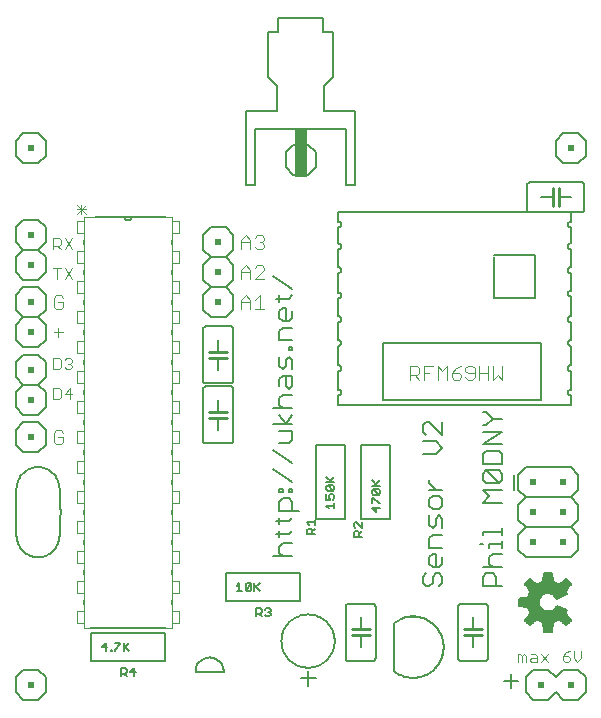
<source format=gto>
G75*
%MOIN*%
%OFA0B0*%
%FSLAX24Y24*%
%IPPOS*%
%LPD*%
%AMOC8*
5,1,8,0,0,1.08239X$1,22.5*
%
%ADD10C,0.0060*%
%ADD11C,0.0030*%
%ADD12C,0.0040*%
%ADD13C,0.0050*%
%ADD14C,0.0080*%
%ADD15R,0.0200X0.0200*%
%ADD16C,0.0000*%
%ADD17C,0.0100*%
%ADD18R,0.0394X0.1604*%
%ADD19C,0.0059*%
D10*
X003420Y003830D02*
X005940Y003830D01*
X006160Y004610D02*
X006160Y004750D01*
X006160Y005610D02*
X006160Y005750D01*
X006160Y006610D02*
X006160Y006750D01*
X006160Y007610D02*
X006160Y007750D01*
X006160Y008610D02*
X006160Y008750D01*
X006160Y009610D02*
X006160Y009750D01*
X006160Y010610D02*
X006160Y010750D01*
X006160Y011610D02*
X006160Y011750D01*
X006160Y012610D02*
X006160Y012750D01*
X006160Y013610D02*
X006160Y013750D01*
X006160Y014610D02*
X006160Y014750D01*
X006160Y015610D02*
X006160Y015750D01*
X006160Y016610D02*
X006160Y016750D01*
X005940Y017530D02*
X004800Y017530D01*
X004560Y017530D01*
X003590Y017530D01*
X003200Y016750D02*
X003200Y016610D01*
X003200Y015750D02*
X003200Y015610D01*
X003200Y014750D02*
X003200Y014610D01*
X003200Y013750D02*
X003200Y013610D01*
X003200Y012750D02*
X003200Y012610D01*
X003200Y011750D02*
X003200Y011610D01*
X003200Y010750D02*
X003200Y010610D01*
X003200Y009750D02*
X003200Y009610D01*
X003200Y008750D02*
X003200Y008610D01*
X003200Y007750D02*
X003200Y007610D01*
X003200Y006750D02*
X003200Y006610D01*
X003200Y005750D02*
X003200Y005610D01*
X003200Y004750D02*
X003200Y004610D01*
X007280Y009980D02*
X008080Y009980D01*
X008097Y009982D01*
X008114Y009986D01*
X008130Y009993D01*
X008144Y010003D01*
X008157Y010016D01*
X008167Y010030D01*
X008174Y010046D01*
X008178Y010063D01*
X008180Y010080D01*
X008180Y011780D01*
X008178Y011797D01*
X008174Y011814D01*
X008167Y011830D01*
X008157Y011844D01*
X008144Y011857D01*
X008130Y011867D01*
X008114Y011874D01*
X008097Y011878D01*
X008080Y011880D01*
X007280Y011880D01*
X007263Y011878D01*
X007246Y011874D01*
X007230Y011867D01*
X007216Y011857D01*
X007203Y011844D01*
X007193Y011830D01*
X007186Y011814D01*
X007182Y011797D01*
X007180Y011780D01*
X007180Y010080D01*
X007182Y010063D01*
X007186Y010046D01*
X007193Y010030D01*
X007203Y010016D01*
X007216Y010003D01*
X007230Y009993D01*
X007246Y009986D01*
X007263Y009982D01*
X007280Y009980D01*
X007680Y010430D02*
X007680Y010780D01*
X007680Y010830D01*
X007680Y011030D02*
X007680Y011080D01*
X007680Y011430D01*
X007280Y011980D02*
X008080Y011980D01*
X008097Y011982D01*
X008114Y011986D01*
X008130Y011993D01*
X008144Y012003D01*
X008157Y012016D01*
X008167Y012030D01*
X008174Y012046D01*
X008178Y012063D01*
X008180Y012080D01*
X008180Y013780D01*
X008178Y013797D01*
X008174Y013814D01*
X008167Y013830D01*
X008157Y013844D01*
X008144Y013857D01*
X008130Y013867D01*
X008114Y013874D01*
X008097Y013878D01*
X008080Y013880D01*
X007280Y013880D01*
X007263Y013878D01*
X007246Y013874D01*
X007230Y013867D01*
X007216Y013857D01*
X007203Y013844D01*
X007193Y013830D01*
X007186Y013814D01*
X007182Y013797D01*
X007180Y013780D01*
X007180Y012080D01*
X007182Y012063D01*
X007186Y012046D01*
X007193Y012030D01*
X007203Y012016D01*
X007216Y012003D01*
X007230Y011993D01*
X007246Y011986D01*
X007263Y011982D01*
X007280Y011980D01*
X007680Y012430D02*
X007680Y012780D01*
X007680Y012830D01*
X007680Y013030D02*
X007680Y013080D01*
X007680Y013430D01*
X009509Y015553D02*
X010150Y015126D01*
X010150Y014910D02*
X010043Y014803D01*
X009616Y014803D01*
X009723Y014697D02*
X009723Y014910D01*
X009830Y014479D02*
X009723Y014372D01*
X009723Y014159D01*
X009830Y014052D01*
X010043Y014052D01*
X010150Y014159D01*
X010150Y014372D01*
X009936Y014479D02*
X009936Y014052D01*
X009830Y013835D02*
X009723Y013728D01*
X009723Y013407D01*
X010150Y013407D01*
X010150Y013192D02*
X010150Y013085D01*
X010043Y013085D01*
X010043Y013192D01*
X010150Y013192D01*
X010043Y012868D02*
X009936Y012761D01*
X009936Y012547D01*
X009830Y012441D01*
X009723Y012547D01*
X009723Y012868D01*
X010043Y012868D02*
X010150Y012761D01*
X010150Y012441D01*
X010150Y012223D02*
X009830Y012223D01*
X009723Y012116D01*
X009723Y011903D01*
X009936Y011903D02*
X009936Y012223D01*
X010150Y012223D02*
X010150Y011903D01*
X010043Y011796D01*
X009936Y011903D01*
X009830Y011579D02*
X009723Y011472D01*
X009723Y011258D01*
X009830Y011152D01*
X009723Y010935D02*
X009936Y010614D01*
X010150Y010935D01*
X010150Y011152D02*
X009509Y011152D01*
X009830Y011579D02*
X010150Y011579D01*
X010150Y010614D02*
X009509Y010614D01*
X009723Y010397D02*
X010150Y010397D01*
X010150Y010077D01*
X010043Y009970D01*
X009723Y009970D01*
X009509Y009752D02*
X010150Y009325D01*
X010150Y008681D02*
X009509Y009108D01*
X009723Y008465D02*
X009830Y008465D01*
X009830Y008358D01*
X009723Y008358D01*
X009723Y008465D01*
X009830Y008141D02*
X009723Y008034D01*
X009723Y007714D01*
X010364Y007714D01*
X010150Y007714D02*
X010150Y008034D01*
X010043Y008141D01*
X009830Y008141D01*
X010043Y008358D02*
X010150Y008358D01*
X010150Y008465D01*
X010043Y008465D01*
X010043Y008358D01*
X010150Y007498D02*
X010043Y007391D01*
X009616Y007391D01*
X009723Y007284D02*
X009723Y007498D01*
X009723Y007068D02*
X009723Y006855D01*
X009616Y006961D02*
X010043Y006961D01*
X010150Y007068D01*
X010150Y006637D02*
X009830Y006637D01*
X009723Y006530D01*
X009723Y006317D01*
X009830Y006210D01*
X010150Y006210D02*
X009509Y006210D01*
X011930Y004530D02*
X011930Y002830D01*
X011932Y002813D01*
X011936Y002796D01*
X011943Y002780D01*
X011953Y002766D01*
X011966Y002753D01*
X011980Y002743D01*
X011996Y002736D01*
X012013Y002732D01*
X012030Y002730D01*
X012830Y002730D01*
X012847Y002732D01*
X012864Y002736D01*
X012880Y002743D01*
X012894Y002753D01*
X012907Y002766D01*
X012917Y002780D01*
X012924Y002796D01*
X012928Y002813D01*
X012930Y002830D01*
X012930Y004530D01*
X012928Y004547D01*
X012924Y004564D01*
X012917Y004580D01*
X012907Y004594D01*
X012894Y004607D01*
X012880Y004617D01*
X012864Y004624D01*
X012847Y004628D01*
X012830Y004630D01*
X012030Y004630D01*
X012013Y004628D01*
X011996Y004624D01*
X011980Y004617D01*
X011966Y004607D01*
X011953Y004594D01*
X011943Y004580D01*
X011936Y004564D01*
X011932Y004547D01*
X011930Y004530D01*
X012430Y004180D02*
X012430Y003830D01*
X012430Y003780D01*
X012430Y003580D02*
X012430Y003530D01*
X012430Y003180D01*
X013560Y003250D02*
X013560Y003090D01*
X013740Y004110D02*
X013798Y004136D01*
X013857Y004157D01*
X013918Y004175D01*
X013979Y004189D01*
X014042Y004199D01*
X014104Y004205D01*
X014168Y004208D01*
X014231Y004207D01*
X014294Y004201D01*
X014356Y004192D01*
X014418Y004179D01*
X014479Y004162D01*
X014539Y004142D01*
X014597Y004118D01*
X014654Y004090D01*
X014709Y004059D01*
X014761Y004024D01*
X014812Y003986D01*
X014860Y003946D01*
X014906Y003902D01*
X014949Y003856D01*
X014989Y003807D01*
X015026Y003755D01*
X015059Y003702D01*
X015090Y003647D01*
X015116Y003589D01*
X015140Y003531D01*
X015159Y003471D01*
X015175Y003409D01*
X015187Y003347D01*
X015195Y003285D01*
X015199Y003222D01*
X015200Y003159D01*
X015196Y003096D01*
X015189Y003033D01*
X015178Y002971D01*
X015162Y002909D01*
X015144Y002849D01*
X015121Y002790D01*
X015095Y002732D01*
X015065Y002677D01*
X015033Y002623D01*
X014996Y002571D01*
X014957Y002522D01*
X014915Y002475D01*
X014870Y002431D01*
X014822Y002389D01*
X014772Y002351D01*
X014719Y002316D01*
X014664Y002284D01*
X014608Y002256D01*
X014550Y002231D01*
X014491Y002210D01*
X014430Y002192D01*
X014368Y002178D01*
X014306Y002168D01*
X014243Y002162D01*
X014180Y002160D01*
X013560Y002370D02*
X013560Y003990D01*
X013730Y002260D02*
X013784Y002237D01*
X013838Y002217D01*
X013894Y002200D01*
X013950Y002185D01*
X014007Y002174D01*
X014065Y002166D01*
X014122Y002162D01*
X014180Y002160D01*
X013560Y002370D02*
X013612Y002333D01*
X013665Y002300D01*
X013720Y002269D01*
X013778Y002243D01*
X013836Y002219D01*
X013896Y002200D01*
X013957Y002184D01*
X014019Y002172D01*
X014082Y002164D01*
X014145Y002160D01*
X014208Y002159D01*
X014271Y002163D01*
X014334Y002170D01*
X014396Y002182D01*
X014457Y002197D01*
X014517Y002216D01*
X014576Y002238D01*
X014634Y002264D01*
X014689Y002294D01*
X014743Y002327D01*
X014795Y002363D01*
X014844Y002403D01*
X014891Y002445D01*
X014935Y002490D01*
X014976Y002538D01*
X015014Y002588D01*
X015049Y002641D01*
X015081Y002695D01*
X015109Y002752D01*
X015134Y002810D01*
X015155Y002869D01*
X015172Y002930D01*
X015185Y002992D01*
X015195Y003054D01*
X015201Y003117D01*
X015203Y003180D01*
X015201Y003243D01*
X015195Y003306D01*
X015185Y003368D01*
X015172Y003430D01*
X015155Y003491D01*
X015134Y003550D01*
X015109Y003608D01*
X015081Y003665D01*
X015049Y003719D01*
X015014Y003772D01*
X014976Y003822D01*
X014935Y003870D01*
X014891Y003915D01*
X014844Y003957D01*
X014795Y003997D01*
X014743Y004033D01*
X014689Y004066D01*
X014634Y004096D01*
X014576Y004122D01*
X014517Y004144D01*
X014457Y004163D01*
X014396Y004178D01*
X014334Y004190D01*
X014271Y004197D01*
X014208Y004201D01*
X014145Y004200D01*
X014082Y004196D01*
X014019Y004188D01*
X013957Y004176D01*
X013896Y004160D01*
X013836Y004141D01*
X013778Y004117D01*
X013720Y004091D01*
X013665Y004060D01*
X013612Y004027D01*
X013560Y003990D01*
X014616Y005210D02*
X014509Y005317D01*
X014509Y005530D01*
X014616Y005637D01*
X014830Y005530D02*
X014936Y005637D01*
X015043Y005637D01*
X015150Y005530D01*
X015150Y005317D01*
X015043Y005210D01*
X014830Y005317D02*
X014830Y005530D01*
X014830Y005317D02*
X014723Y005210D01*
X014616Y005210D01*
X014830Y005855D02*
X014723Y005961D01*
X014723Y006175D01*
X014830Y006282D01*
X014936Y006282D01*
X014936Y005855D01*
X014830Y005855D02*
X015043Y005855D01*
X015150Y005961D01*
X015150Y006175D01*
X015150Y006499D02*
X014723Y006499D01*
X014723Y006819D01*
X014830Y006926D01*
X015150Y006926D01*
X015150Y007144D02*
X015150Y007464D01*
X015043Y007571D01*
X014936Y007464D01*
X014936Y007250D01*
X014830Y007144D01*
X014723Y007250D01*
X014723Y007571D01*
X014830Y007788D02*
X014723Y007895D01*
X014723Y008108D01*
X014830Y008215D01*
X015043Y008215D01*
X015150Y008108D01*
X015150Y007895D01*
X015043Y007788D01*
X014830Y007788D01*
X014936Y008433D02*
X014723Y008646D01*
X014723Y008753D01*
X014723Y008433D02*
X015150Y008433D01*
X014936Y009614D02*
X014509Y009614D01*
X014509Y010041D02*
X014936Y010041D01*
X015150Y009828D01*
X014936Y009614D01*
X015150Y010259D02*
X014723Y010686D01*
X014616Y010686D01*
X014509Y010579D01*
X014509Y010366D01*
X014616Y010259D01*
X015150Y010259D02*
X015150Y010686D01*
X016509Y010581D02*
X016616Y010581D01*
X016830Y010795D01*
X017150Y010795D01*
X016830Y010795D02*
X016616Y011008D01*
X016509Y011008D01*
X016509Y010364D02*
X017150Y010364D01*
X016509Y009937D01*
X017150Y009937D01*
X017043Y009719D02*
X017150Y009612D01*
X017150Y009292D01*
X016509Y009292D01*
X016509Y009612D01*
X016616Y009719D01*
X017043Y009719D01*
X017043Y009075D02*
X016616Y009075D01*
X017043Y008648D01*
X017150Y008754D01*
X017150Y008968D01*
X017043Y009075D01*
X016616Y009075D02*
X016509Y008968D01*
X016509Y008754D01*
X016616Y008648D01*
X017043Y008648D01*
X017150Y008430D02*
X016509Y008430D01*
X016723Y008217D01*
X016509Y008003D01*
X017150Y008003D01*
X017150Y007142D02*
X017150Y006929D01*
X017150Y007036D02*
X016509Y007036D01*
X016509Y006929D01*
X016509Y006606D02*
X016403Y006606D01*
X016723Y006606D02*
X016723Y006499D01*
X016723Y006606D02*
X017150Y006606D01*
X017150Y006499D02*
X017150Y006713D01*
X017150Y006282D02*
X016830Y006282D01*
X016723Y006175D01*
X016723Y005961D01*
X016830Y005855D01*
X016830Y005637D02*
X016616Y005637D01*
X016509Y005530D01*
X016509Y005210D01*
X017150Y005210D01*
X016936Y005210D02*
X016936Y005530D01*
X016830Y005637D01*
X017150Y005855D02*
X016509Y005855D01*
X016580Y004630D02*
X015780Y004630D01*
X015763Y004628D01*
X015746Y004624D01*
X015730Y004617D01*
X015716Y004607D01*
X015703Y004594D01*
X015693Y004580D01*
X015686Y004564D01*
X015682Y004547D01*
X015680Y004530D01*
X015680Y002830D01*
X015682Y002813D01*
X015686Y002796D01*
X015693Y002780D01*
X015703Y002766D01*
X015716Y002753D01*
X015730Y002743D01*
X015746Y002736D01*
X015763Y002732D01*
X015780Y002730D01*
X016580Y002730D01*
X016597Y002732D01*
X016614Y002736D01*
X016630Y002743D01*
X016644Y002753D01*
X016657Y002766D01*
X016667Y002780D01*
X016674Y002796D01*
X016678Y002813D01*
X016680Y002830D01*
X016680Y004530D01*
X016678Y004547D01*
X016674Y004564D01*
X016667Y004580D01*
X016657Y004594D01*
X016644Y004607D01*
X016630Y004617D01*
X016614Y004624D01*
X016597Y004628D01*
X016580Y004630D01*
X016180Y004180D02*
X016180Y003830D01*
X016180Y003780D01*
X016180Y003580D02*
X016180Y003530D01*
X016180Y003180D01*
X017210Y002060D02*
X017677Y002060D01*
X017444Y001827D02*
X017444Y002294D01*
X010930Y002150D02*
X010430Y002150D01*
X010930Y002150D01*
X010680Y001900D02*
X010680Y002400D01*
X010680Y001900D01*
X010680Y002500D02*
X010622Y002502D01*
X010564Y002508D01*
X010507Y002517D01*
X010451Y002530D01*
X010396Y002547D01*
X010341Y002567D01*
X010289Y002591D01*
X010237Y002619D01*
X010188Y002649D01*
X010141Y002683D01*
X010096Y002720D01*
X010054Y002759D01*
X010015Y002801D01*
X009978Y002846D01*
X009944Y002893D01*
X009914Y002943D01*
X009886Y002994D01*
X009862Y003046D01*
X009842Y003101D01*
X009825Y003156D01*
X009812Y003212D01*
X009803Y003269D01*
X009797Y003327D01*
X009795Y003385D01*
X009797Y003443D01*
X009803Y003501D01*
X009812Y003558D01*
X009825Y003614D01*
X009842Y003669D01*
X009862Y003724D01*
X009886Y003776D01*
X009914Y003828D01*
X009944Y003877D01*
X009978Y003924D01*
X010015Y003969D01*
X010054Y004011D01*
X010096Y004050D01*
X010141Y004087D01*
X010188Y004121D01*
X010238Y004151D01*
X010289Y004179D01*
X010341Y004203D01*
X010396Y004223D01*
X010451Y004240D01*
X010507Y004253D01*
X010564Y004262D01*
X010622Y004268D01*
X010680Y004270D01*
X010738Y004268D01*
X010796Y004262D01*
X010853Y004253D01*
X010909Y004240D01*
X010964Y004223D01*
X011019Y004203D01*
X011071Y004179D01*
X011122Y004151D01*
X011172Y004121D01*
X011219Y004087D01*
X011264Y004050D01*
X011306Y004011D01*
X011345Y003969D01*
X011382Y003924D01*
X011416Y003877D01*
X011446Y003828D01*
X011474Y003776D01*
X011498Y003724D01*
X011518Y003669D01*
X011535Y003614D01*
X011548Y003558D01*
X011557Y003501D01*
X011563Y003443D01*
X011565Y003385D01*
X011563Y003327D01*
X011557Y003269D01*
X011548Y003212D01*
X011535Y003156D01*
X011518Y003101D01*
X011498Y003046D01*
X011474Y002994D01*
X011446Y002943D01*
X011416Y002893D01*
X011382Y002846D01*
X011345Y002801D01*
X011306Y002759D01*
X011264Y002720D01*
X011219Y002683D01*
X011172Y002649D01*
X011123Y002619D01*
X011071Y002591D01*
X011019Y002567D01*
X010964Y002547D01*
X010909Y002530D01*
X010853Y002517D01*
X010796Y002508D01*
X010738Y002502D01*
X010680Y002500D01*
X010622Y002502D01*
X010564Y002508D01*
X010507Y002517D01*
X010451Y002530D01*
X010396Y002547D01*
X010341Y002567D01*
X010289Y002591D01*
X010237Y002619D01*
X010188Y002649D01*
X010141Y002683D01*
X010096Y002720D01*
X010054Y002759D01*
X010015Y002801D01*
X009978Y002846D01*
X009944Y002893D01*
X009914Y002943D01*
X009886Y002994D01*
X009862Y003046D01*
X009842Y003101D01*
X009825Y003156D01*
X009812Y003212D01*
X009803Y003269D01*
X009797Y003327D01*
X009795Y003385D01*
X009797Y003443D01*
X009803Y003501D01*
X009812Y003558D01*
X009825Y003614D01*
X009842Y003669D01*
X009862Y003724D01*
X009886Y003776D01*
X009914Y003828D01*
X009944Y003877D01*
X009978Y003924D01*
X010015Y003969D01*
X010054Y004011D01*
X010096Y004050D01*
X010141Y004087D01*
X010188Y004121D01*
X010238Y004151D01*
X010289Y004179D01*
X010341Y004203D01*
X010396Y004223D01*
X010451Y004240D01*
X010507Y004253D01*
X010564Y004262D01*
X010622Y004268D01*
X010680Y004270D01*
X010738Y004268D01*
X010796Y004262D01*
X010853Y004253D01*
X010909Y004240D01*
X010964Y004223D01*
X011019Y004203D01*
X011071Y004179D01*
X011122Y004151D01*
X011172Y004121D01*
X011219Y004087D01*
X011264Y004050D01*
X011306Y004011D01*
X011345Y003969D01*
X011382Y003924D01*
X011416Y003877D01*
X011446Y003828D01*
X011474Y003776D01*
X011498Y003724D01*
X011518Y003669D01*
X011535Y003614D01*
X011548Y003558D01*
X011557Y003501D01*
X011563Y003443D01*
X011565Y003385D01*
X011563Y003327D01*
X011557Y003269D01*
X011548Y003212D01*
X011535Y003156D01*
X011518Y003101D01*
X011498Y003046D01*
X011474Y002994D01*
X011446Y002943D01*
X011416Y002893D01*
X011382Y002846D01*
X011345Y002801D01*
X011306Y002759D01*
X011264Y002720D01*
X011219Y002683D01*
X011172Y002649D01*
X011123Y002619D01*
X011071Y002591D01*
X011019Y002567D01*
X010964Y002547D01*
X010909Y002530D01*
X010853Y002517D01*
X010796Y002508D01*
X010738Y002502D01*
X010680Y002500D01*
X010150Y013835D02*
X009830Y013835D01*
X009830Y014479D02*
X009936Y014479D01*
X004800Y017530D02*
X004798Y017509D01*
X004793Y017489D01*
X004784Y017470D01*
X004772Y017453D01*
X004757Y017438D01*
X004740Y017426D01*
X004721Y017417D01*
X004701Y017412D01*
X004680Y017410D01*
X004659Y017412D01*
X004639Y017417D01*
X004620Y017426D01*
X004603Y017438D01*
X004588Y017453D01*
X004576Y017470D01*
X004567Y017489D01*
X004562Y017509D01*
X004560Y017530D01*
X017980Y017780D02*
X017980Y018580D01*
X017982Y018597D01*
X017986Y018614D01*
X017993Y018630D01*
X018003Y018644D01*
X018016Y018657D01*
X018030Y018667D01*
X018046Y018674D01*
X018063Y018678D01*
X018080Y018680D01*
X019780Y018680D01*
X019797Y018678D01*
X019814Y018674D01*
X019830Y018667D01*
X019844Y018657D01*
X019857Y018644D01*
X019867Y018630D01*
X019874Y018614D01*
X019878Y018597D01*
X019880Y018580D01*
X019880Y017780D01*
X019878Y017763D01*
X019874Y017746D01*
X019867Y017730D01*
X019857Y017716D01*
X019844Y017703D01*
X019830Y017693D01*
X019814Y017686D01*
X019797Y017682D01*
X019780Y017680D01*
X018080Y017680D01*
X018063Y017682D01*
X018046Y017686D01*
X018030Y017693D01*
X018016Y017703D01*
X018003Y017716D01*
X017993Y017730D01*
X017986Y017746D01*
X017982Y017763D01*
X017980Y017780D01*
X018430Y018180D02*
X018780Y018180D01*
X018830Y018180D01*
X019030Y018180D02*
X019080Y018180D01*
X019430Y018180D01*
D11*
X019415Y003065D02*
X019292Y003004D01*
X019168Y002880D01*
X019353Y002880D01*
X019415Y002818D01*
X019415Y002757D01*
X019353Y002695D01*
X019230Y002695D01*
X019168Y002757D01*
X019168Y002880D01*
X019537Y002818D02*
X019660Y002695D01*
X019783Y002818D01*
X019783Y003065D01*
X019537Y003065D02*
X019537Y002818D01*
X018679Y002695D02*
X018432Y002942D01*
X018310Y002880D02*
X018310Y002695D01*
X018125Y002695D01*
X018063Y002757D01*
X018125Y002818D01*
X018310Y002818D01*
X018310Y002880D02*
X018248Y002942D01*
X018125Y002942D01*
X017942Y002880D02*
X017942Y002695D01*
X017818Y002695D02*
X017818Y002880D01*
X017880Y002942D01*
X017942Y002880D01*
X017818Y002880D02*
X017757Y002942D01*
X017695Y002942D01*
X017695Y002695D01*
X018432Y002695D02*
X018679Y002942D01*
X003279Y017613D02*
X002965Y017927D01*
X003279Y017613D01*
X003122Y017613D02*
X003122Y017927D01*
X003122Y017613D01*
X002965Y017613D02*
X003279Y017927D01*
X002965Y017613D01*
X002965Y017770D02*
X003279Y017770D01*
X002965Y017770D01*
X002810Y016815D02*
X002563Y016445D01*
X002442Y016445D02*
X002318Y016568D01*
X002380Y016568D02*
X002195Y016568D01*
X002195Y016445D02*
X002195Y016815D01*
X002380Y016815D01*
X002442Y016754D01*
X002442Y016630D01*
X002380Y016568D01*
X002563Y016815D02*
X002810Y016445D01*
X002810Y015815D02*
X002563Y015445D01*
X002318Y015445D02*
X002318Y015815D01*
X002195Y015815D02*
X002442Y015815D01*
X002563Y015815D02*
X002810Y015445D01*
X002748Y012815D02*
X002810Y012754D01*
X002810Y012692D01*
X002748Y012630D01*
X002810Y012568D01*
X002810Y012507D01*
X002748Y012445D01*
X002625Y012445D01*
X002563Y012507D01*
X002442Y012507D02*
X002442Y012754D01*
X002380Y012815D01*
X002195Y012815D01*
X002195Y012445D01*
X002380Y012445D01*
X002442Y012507D01*
X002687Y012630D02*
X002748Y012630D01*
X002748Y012815D02*
X002625Y012815D01*
X002563Y012754D01*
X002380Y011815D02*
X002195Y011815D01*
X002195Y011445D01*
X002380Y011445D01*
X002442Y011507D01*
X002442Y011754D01*
X002380Y011815D01*
X002563Y011630D02*
X002810Y011630D01*
X002748Y011445D02*
X002748Y011815D01*
X002563Y011630D01*
D12*
X002430Y010410D02*
X002277Y010410D01*
X002200Y010334D01*
X002200Y010027D01*
X002277Y009950D01*
X002430Y009950D01*
X002507Y010027D01*
X002507Y010180D01*
X002353Y010180D01*
X002507Y010334D02*
X002430Y010410D01*
X002353Y013527D02*
X002353Y013834D01*
X002200Y013680D02*
X002507Y013680D01*
X002430Y014450D02*
X002277Y014450D01*
X002200Y014527D01*
X002200Y014834D01*
X002277Y014910D01*
X002430Y014910D01*
X002507Y014834D01*
X002507Y014680D02*
X002353Y014680D01*
X002507Y014680D02*
X002507Y014527D01*
X002430Y014450D01*
X008450Y014450D02*
X008450Y014757D01*
X008603Y014910D01*
X008757Y014757D01*
X008757Y014450D01*
X008910Y014450D02*
X009217Y014450D01*
X009064Y014450D02*
X009064Y014910D01*
X008910Y014757D01*
X008757Y014680D02*
X008450Y014680D01*
X008450Y015450D02*
X008450Y015757D01*
X008603Y015910D01*
X008757Y015757D01*
X008757Y015450D01*
X008910Y015450D02*
X009217Y015757D01*
X009217Y015834D01*
X009141Y015910D01*
X008987Y015910D01*
X008910Y015834D01*
X008757Y015680D02*
X008450Y015680D01*
X008910Y015450D02*
X009217Y015450D01*
X009141Y016450D02*
X008987Y016450D01*
X008910Y016527D01*
X008757Y016450D02*
X008757Y016757D01*
X008603Y016910D01*
X008450Y016757D01*
X008450Y016450D01*
X008450Y016680D02*
X008757Y016680D01*
X008910Y016834D02*
X008987Y016910D01*
X009141Y016910D01*
X009217Y016834D01*
X009217Y016757D01*
X009141Y016680D01*
X009217Y016603D01*
X009217Y016527D01*
X009141Y016450D01*
X009141Y016680D02*
X009064Y016680D01*
X014086Y012555D02*
X014086Y012094D01*
X014086Y012248D02*
X014316Y012248D01*
X014392Y012324D01*
X014392Y012478D01*
X014316Y012555D01*
X014086Y012555D01*
X014239Y012248D02*
X014392Y012094D01*
X014546Y012094D02*
X014546Y012555D01*
X014853Y012555D01*
X015006Y012555D02*
X015160Y012401D01*
X015313Y012555D01*
X015313Y012094D01*
X015467Y012171D02*
X015543Y012094D01*
X015697Y012094D01*
X015774Y012171D01*
X015774Y012248D01*
X015697Y012324D01*
X015467Y012324D01*
X015467Y012171D01*
X015467Y012324D02*
X015620Y012478D01*
X015774Y012555D01*
X015927Y012478D02*
X015927Y012401D01*
X016004Y012324D01*
X016234Y012324D01*
X016234Y012171D02*
X016234Y012478D01*
X016157Y012555D01*
X016004Y012555D01*
X015927Y012478D01*
X015927Y012171D02*
X016004Y012094D01*
X016157Y012094D01*
X016234Y012171D01*
X016387Y012094D02*
X016387Y012555D01*
X016387Y012324D02*
X016694Y012324D01*
X016694Y012094D02*
X016694Y012555D01*
X016848Y012555D02*
X016848Y012094D01*
X017001Y012248D01*
X017155Y012094D01*
X017155Y012555D01*
X015006Y012555D02*
X015006Y012094D01*
X014699Y012324D02*
X014546Y012324D01*
D13*
X013180Y011430D02*
X018430Y011430D01*
X018430Y013305D01*
X013180Y013305D01*
X013180Y011430D01*
X011693Y011570D02*
X011693Y011256D01*
X019430Y011256D01*
X019430Y011570D01*
X019412Y011572D01*
X019395Y011577D01*
X019378Y011585D01*
X019364Y011596D01*
X019352Y011609D01*
X019342Y011624D01*
X019336Y011641D01*
X019332Y011659D01*
X019332Y011677D01*
X019336Y011695D01*
X019342Y011712D01*
X019352Y011727D01*
X019364Y011740D01*
X019378Y011751D01*
X019395Y011759D01*
X019412Y011764D01*
X019430Y011766D01*
X019430Y011767D02*
X019430Y012382D01*
X019430Y012383D02*
X019412Y012385D01*
X019395Y012390D01*
X019378Y012398D01*
X019364Y012409D01*
X019352Y012422D01*
X019342Y012437D01*
X019336Y012454D01*
X019332Y012472D01*
X019332Y012490D01*
X019336Y012508D01*
X019342Y012525D01*
X019352Y012540D01*
X019364Y012553D01*
X019378Y012564D01*
X019395Y012572D01*
X019412Y012577D01*
X019430Y012579D01*
X019430Y013232D01*
X019430Y013233D02*
X019412Y013235D01*
X019395Y013240D01*
X019378Y013248D01*
X019364Y013259D01*
X019352Y013272D01*
X019342Y013287D01*
X019336Y013304D01*
X019332Y013322D01*
X019332Y013340D01*
X019336Y013358D01*
X019342Y013375D01*
X019352Y013390D01*
X019364Y013403D01*
X019378Y013414D01*
X019395Y013422D01*
X019412Y013427D01*
X019430Y013429D01*
X019430Y014020D01*
X019412Y014022D01*
X019395Y014027D01*
X019378Y014035D01*
X019364Y014046D01*
X019352Y014059D01*
X019342Y014074D01*
X019336Y014091D01*
X019332Y014109D01*
X019332Y014127D01*
X019336Y014145D01*
X019342Y014162D01*
X019352Y014177D01*
X019364Y014190D01*
X019378Y014201D01*
X019395Y014209D01*
X019412Y014214D01*
X019430Y014216D01*
X019430Y014869D01*
X019430Y014870D02*
X019412Y014872D01*
X019395Y014877D01*
X019378Y014885D01*
X019364Y014896D01*
X019352Y014909D01*
X019342Y014924D01*
X019336Y014941D01*
X019332Y014959D01*
X019332Y014977D01*
X019336Y014995D01*
X019342Y015012D01*
X019352Y015027D01*
X019364Y015040D01*
X019378Y015051D01*
X019395Y015059D01*
X019412Y015064D01*
X019430Y015066D01*
X019430Y015657D01*
X019412Y015659D01*
X019395Y015664D01*
X019378Y015672D01*
X019364Y015683D01*
X019352Y015696D01*
X019342Y015711D01*
X019336Y015728D01*
X019332Y015746D01*
X019332Y015764D01*
X019336Y015782D01*
X019342Y015799D01*
X019352Y015814D01*
X019364Y015827D01*
X019378Y015838D01*
X019395Y015846D01*
X019412Y015851D01*
X019430Y015853D01*
X019430Y015854D02*
X019430Y016444D01*
X019430Y016445D02*
X019412Y016447D01*
X019395Y016452D01*
X019378Y016460D01*
X019364Y016471D01*
X019352Y016484D01*
X019342Y016499D01*
X019336Y016516D01*
X019332Y016534D01*
X019332Y016552D01*
X019336Y016570D01*
X019342Y016587D01*
X019352Y016602D01*
X019364Y016615D01*
X019378Y016626D01*
X019395Y016634D01*
X019412Y016639D01*
X019430Y016641D01*
X019430Y017169D01*
X019430Y017170D02*
X019412Y017172D01*
X019395Y017177D01*
X019378Y017185D01*
X019364Y017196D01*
X019352Y017209D01*
X019342Y017224D01*
X019336Y017241D01*
X019332Y017259D01*
X019332Y017277D01*
X019336Y017295D01*
X019342Y017312D01*
X019352Y017327D01*
X019364Y017340D01*
X019378Y017351D01*
X019395Y017359D01*
X019412Y017364D01*
X019430Y017366D01*
X019430Y017680D01*
X011693Y017680D01*
X011693Y017366D01*
X011711Y017364D01*
X011728Y017359D01*
X011745Y017351D01*
X011759Y017340D01*
X011771Y017327D01*
X011781Y017312D01*
X011787Y017295D01*
X011791Y017277D01*
X011791Y017259D01*
X011787Y017241D01*
X011781Y017224D01*
X011771Y017209D01*
X011759Y017196D01*
X011745Y017185D01*
X011728Y017177D01*
X011711Y017172D01*
X011693Y017170D01*
X011693Y017169D02*
X011693Y016641D01*
X011711Y016639D01*
X011728Y016634D01*
X011745Y016626D01*
X011759Y016615D01*
X011771Y016602D01*
X011781Y016587D01*
X011787Y016570D01*
X011791Y016552D01*
X011791Y016534D01*
X011787Y016516D01*
X011781Y016499D01*
X011771Y016484D01*
X011759Y016471D01*
X011745Y016460D01*
X011728Y016452D01*
X011711Y016447D01*
X011693Y016445D01*
X011693Y016444D02*
X011693Y015854D01*
X011693Y015853D02*
X011711Y015851D01*
X011728Y015846D01*
X011745Y015838D01*
X011759Y015827D01*
X011771Y015814D01*
X011781Y015799D01*
X011787Y015782D01*
X011791Y015764D01*
X011791Y015746D01*
X011787Y015728D01*
X011781Y015711D01*
X011771Y015696D01*
X011759Y015683D01*
X011745Y015672D01*
X011728Y015664D01*
X011711Y015659D01*
X011693Y015657D01*
X011693Y015004D01*
X011693Y015003D02*
X011711Y015001D01*
X011728Y014996D01*
X011745Y014988D01*
X011759Y014977D01*
X011771Y014964D01*
X011781Y014949D01*
X011787Y014932D01*
X011791Y014914D01*
X011791Y014896D01*
X011787Y014878D01*
X011781Y014861D01*
X011771Y014846D01*
X011759Y014833D01*
X011745Y014822D01*
X011728Y014814D01*
X011711Y014809D01*
X011693Y014807D01*
X011693Y014216D01*
X011711Y014214D01*
X011728Y014209D01*
X011745Y014201D01*
X011759Y014190D01*
X011771Y014177D01*
X011781Y014162D01*
X011787Y014145D01*
X011791Y014127D01*
X011791Y014109D01*
X011787Y014091D01*
X011781Y014074D01*
X011771Y014059D01*
X011759Y014046D01*
X011745Y014035D01*
X011728Y014027D01*
X011711Y014022D01*
X011693Y014020D01*
X011693Y013429D01*
X011711Y013427D01*
X011728Y013422D01*
X011745Y013414D01*
X011759Y013403D01*
X011771Y013390D01*
X011781Y013375D01*
X011787Y013358D01*
X011791Y013340D01*
X011791Y013322D01*
X011787Y013304D01*
X011781Y013287D01*
X011771Y013272D01*
X011759Y013259D01*
X011745Y013248D01*
X011728Y013240D01*
X011711Y013235D01*
X011693Y013233D01*
X011693Y013232D02*
X011693Y012579D01*
X011711Y012577D01*
X011728Y012572D01*
X011745Y012564D01*
X011759Y012553D01*
X011771Y012540D01*
X011781Y012525D01*
X011787Y012508D01*
X011791Y012490D01*
X011791Y012472D01*
X011787Y012454D01*
X011781Y012437D01*
X011771Y012422D01*
X011759Y012409D01*
X011745Y012398D01*
X011728Y012390D01*
X011711Y012385D01*
X011693Y012383D01*
X011693Y012382D02*
X011693Y011767D01*
X011693Y011766D02*
X011711Y011764D01*
X011728Y011759D01*
X011745Y011751D01*
X011759Y011740D01*
X011771Y011727D01*
X011781Y011712D01*
X011787Y011695D01*
X011791Y011677D01*
X011791Y011659D01*
X011787Y011641D01*
X011781Y011624D01*
X011771Y011609D01*
X011759Y011596D01*
X011745Y011585D01*
X011728Y011577D01*
X011711Y011572D01*
X011693Y011570D01*
X011555Y008869D02*
X011420Y008734D01*
X011465Y008689D02*
X011285Y008869D01*
X011285Y008689D02*
X011555Y008689D01*
X011510Y008574D02*
X011555Y008529D01*
X011555Y008439D01*
X011510Y008394D01*
X011330Y008574D01*
X011510Y008574D01*
X011510Y008394D02*
X011330Y008394D01*
X011285Y008439D01*
X011285Y008529D01*
X011330Y008574D01*
X011285Y008280D02*
X011285Y008100D01*
X011420Y008100D01*
X011375Y008190D01*
X011375Y008235D01*
X011420Y008280D01*
X011510Y008280D01*
X011555Y008235D01*
X011555Y008145D01*
X011510Y008100D01*
X011555Y007985D02*
X011555Y007805D01*
X011555Y007895D02*
X011285Y007895D01*
X011375Y007805D01*
X010905Y007430D02*
X010905Y007250D01*
X010905Y007340D02*
X010635Y007340D01*
X010725Y007250D01*
X010770Y007135D02*
X010815Y007090D01*
X010815Y006955D01*
X010905Y006955D02*
X010635Y006955D01*
X010635Y007090D01*
X010680Y007135D01*
X010770Y007135D01*
X010815Y007045D02*
X010905Y007135D01*
X012205Y007205D02*
X012250Y007160D01*
X012205Y007205D02*
X012205Y007295D01*
X012250Y007341D01*
X012295Y007341D01*
X012475Y007160D01*
X012475Y007341D01*
X012475Y007046D02*
X012385Y006956D01*
X012385Y007001D02*
X012385Y006866D01*
X012475Y006866D02*
X012205Y006866D01*
X012205Y007001D01*
X012250Y007046D01*
X012340Y007046D01*
X012385Y007001D01*
X012940Y007676D02*
X012940Y007857D01*
X013075Y007812D02*
X012805Y007812D01*
X012940Y007676D01*
X013030Y007971D02*
X013075Y007971D01*
X013030Y007971D02*
X012850Y008151D01*
X012805Y008151D01*
X012805Y007971D01*
X012850Y008266D02*
X012805Y008311D01*
X012805Y008401D01*
X012850Y008446D01*
X013030Y008266D01*
X013075Y008311D01*
X013075Y008401D01*
X013030Y008446D01*
X012850Y008446D01*
X012805Y008560D02*
X013075Y008560D01*
X012985Y008560D02*
X012805Y008741D01*
X012940Y008605D02*
X013075Y008741D01*
X013030Y008266D02*
X012850Y008266D01*
X009385Y004475D02*
X009430Y004430D01*
X009430Y004385D01*
X009385Y004340D01*
X009430Y004295D01*
X009430Y004250D01*
X009385Y004205D01*
X009295Y004205D01*
X009250Y004250D01*
X009135Y004205D02*
X009045Y004295D01*
X009090Y004295D02*
X008955Y004295D01*
X008955Y004205D02*
X008955Y004475D01*
X009090Y004475D01*
X009135Y004430D01*
X009135Y004340D01*
X009090Y004295D01*
X009250Y004430D02*
X009295Y004475D01*
X009385Y004475D01*
X009385Y004340D02*
X009340Y004340D01*
X009074Y005055D02*
X008939Y005190D01*
X008894Y005145D02*
X009074Y005325D01*
X008894Y005325D02*
X008894Y005055D01*
X008780Y005100D02*
X008735Y005055D01*
X008645Y005055D01*
X008600Y005100D01*
X008780Y005280D01*
X008780Y005100D01*
X008780Y005280D02*
X008735Y005325D01*
X008645Y005325D01*
X008600Y005280D01*
X008600Y005100D01*
X008485Y005055D02*
X008305Y005055D01*
X008395Y005055D02*
X008395Y005325D01*
X008305Y005235D01*
X007868Y002368D02*
X006930Y002368D01*
X006932Y002410D01*
X006938Y002452D01*
X006947Y002493D01*
X006960Y002533D01*
X006976Y002571D01*
X006996Y002609D01*
X007020Y002644D01*
X007046Y002677D01*
X007075Y002707D01*
X007107Y002735D01*
X007141Y002759D01*
X007177Y002781D01*
X007215Y002799D01*
X007254Y002814D01*
X007295Y002825D01*
X007336Y002833D01*
X007378Y002837D01*
X007420Y002837D01*
X007462Y002833D01*
X007503Y002825D01*
X007544Y002814D01*
X007583Y002799D01*
X007621Y002781D01*
X007657Y002759D01*
X007691Y002735D01*
X007723Y002707D01*
X007752Y002677D01*
X007778Y002644D01*
X007802Y002609D01*
X007822Y002571D01*
X007838Y002533D01*
X007851Y002493D01*
X007860Y002452D01*
X007866Y002410D01*
X007868Y002368D01*
X004930Y002340D02*
X004750Y002340D01*
X004885Y002475D01*
X004885Y002205D01*
X004635Y002205D02*
X004545Y002295D01*
X004590Y002295D02*
X004455Y002295D01*
X004455Y002205D02*
X004455Y002475D01*
X004590Y002475D01*
X004635Y002430D01*
X004635Y002340D01*
X004590Y002295D01*
X004542Y003055D02*
X004542Y003325D01*
X004427Y003325D02*
X004427Y003280D01*
X004247Y003100D01*
X004247Y003055D01*
X004145Y003055D02*
X004100Y003055D01*
X004100Y003100D01*
X004145Y003100D01*
X004145Y003055D01*
X003940Y003055D02*
X003940Y003325D01*
X003805Y003190D01*
X003985Y003190D01*
X004247Y003325D02*
X004427Y003325D01*
X004587Y003190D02*
X004722Y003055D01*
X004542Y003145D02*
X004722Y003325D01*
X016868Y014805D02*
X018243Y014805D01*
X018243Y016243D01*
X016868Y016243D01*
X016868Y016180D02*
X016868Y014805D01*
D14*
X001680Y001430D02*
X001180Y001430D01*
X000930Y001680D01*
X000930Y002180D01*
X001180Y002430D01*
X001680Y002430D01*
X001930Y002180D01*
X001930Y001680D01*
X001680Y001430D01*
X003440Y002708D02*
X005920Y002708D01*
X005920Y003652D01*
X003440Y003652D01*
X003440Y002708D01*
X002380Y006780D02*
X002370Y006728D01*
X002356Y006677D01*
X002338Y006627D01*
X002317Y006579D01*
X002292Y006532D01*
X002264Y006488D01*
X002232Y006445D01*
X002198Y006405D01*
X002160Y006368D01*
X002120Y006334D01*
X002078Y006302D01*
X002033Y006274D01*
X001986Y006250D01*
X001938Y006229D01*
X001888Y006211D01*
X001837Y006198D01*
X001785Y006188D01*
X001733Y006182D01*
X001680Y006180D01*
X001627Y006182D01*
X001575Y006188D01*
X001523Y006198D01*
X001472Y006211D01*
X001422Y006229D01*
X001374Y006250D01*
X001327Y006274D01*
X001282Y006302D01*
X001240Y006334D01*
X001200Y006368D01*
X001162Y006405D01*
X001128Y006445D01*
X001096Y006488D01*
X001068Y006532D01*
X001043Y006579D01*
X001022Y006627D01*
X001004Y006677D01*
X000990Y006728D01*
X000980Y006780D01*
X002380Y006780D02*
X002398Y006959D01*
X002412Y007139D01*
X002422Y007319D01*
X002428Y007500D01*
X002430Y007680D01*
X002428Y007860D01*
X002422Y008041D01*
X002412Y008221D01*
X002398Y008401D01*
X002380Y008580D01*
X002370Y008632D01*
X002356Y008683D01*
X002338Y008733D01*
X002317Y008781D01*
X002292Y008828D01*
X002264Y008872D01*
X002232Y008915D01*
X002198Y008955D01*
X002160Y008992D01*
X002120Y009026D01*
X002078Y009058D01*
X002033Y009086D01*
X001986Y009110D01*
X001938Y009131D01*
X001888Y009149D01*
X001837Y009162D01*
X001785Y009172D01*
X001733Y009178D01*
X001680Y009180D01*
X001627Y009178D01*
X001575Y009172D01*
X001523Y009162D01*
X001472Y009149D01*
X001422Y009131D01*
X001374Y009110D01*
X001327Y009086D01*
X001282Y009058D01*
X001240Y009026D01*
X001200Y008992D01*
X001162Y008955D01*
X001128Y008915D01*
X001096Y008872D01*
X001068Y008828D01*
X001043Y008781D01*
X001022Y008733D01*
X001004Y008683D01*
X000990Y008632D01*
X000980Y008580D01*
X001180Y009680D02*
X001680Y009680D01*
X001930Y009930D01*
X001930Y010430D01*
X001680Y010680D01*
X001180Y010680D01*
X000930Y010430D01*
X000930Y009930D01*
X001180Y009680D01*
X001180Y010930D02*
X001680Y010930D01*
X001930Y011180D01*
X001930Y011680D01*
X001680Y011930D01*
X001180Y011930D01*
X000930Y011680D01*
X000930Y011180D01*
X001180Y010930D01*
X001180Y011930D02*
X001680Y011930D01*
X001930Y012180D01*
X001930Y012680D01*
X001680Y012930D01*
X001180Y012930D01*
X000930Y012680D01*
X000930Y012180D01*
X001180Y011930D01*
X001180Y013180D02*
X001680Y013180D01*
X001930Y013430D01*
X001930Y013930D01*
X001680Y014180D01*
X001180Y014180D01*
X000930Y013930D01*
X000930Y013430D01*
X001180Y013180D01*
X001180Y014180D02*
X001680Y014180D01*
X001930Y014430D01*
X001930Y014930D01*
X001680Y015180D01*
X001180Y015180D01*
X000930Y014930D01*
X000930Y014430D01*
X001180Y014180D01*
X001180Y015430D02*
X001680Y015430D01*
X001930Y015680D01*
X001930Y016180D01*
X001680Y016430D01*
X001930Y016680D01*
X001930Y017180D01*
X001680Y017430D01*
X001180Y017430D01*
X000930Y017180D01*
X000930Y016680D01*
X001180Y016430D01*
X001680Y016430D01*
X001180Y016430D01*
X000930Y016180D01*
X000930Y015680D01*
X001180Y015430D01*
X001180Y019305D02*
X001680Y019305D01*
X001930Y019555D01*
X001930Y020055D01*
X001680Y020305D01*
X001180Y020305D01*
X000930Y020055D01*
X000930Y019555D01*
X001180Y019305D01*
X007180Y016930D02*
X007180Y016430D01*
X007430Y016180D01*
X007930Y016180D01*
X008180Y016430D01*
X008180Y016930D01*
X007930Y017180D01*
X007430Y017180D01*
X007180Y016930D01*
X007430Y016180D02*
X007180Y015930D01*
X007180Y015430D01*
X007430Y015180D01*
X007930Y015180D01*
X008180Y015430D01*
X008180Y015930D01*
X007930Y016180D01*
X007430Y016180D01*
X007430Y015180D02*
X007180Y014930D01*
X007180Y014430D01*
X007430Y014180D01*
X007930Y014180D01*
X008180Y014430D01*
X008180Y014930D01*
X007930Y015180D01*
X007430Y015180D01*
X008599Y018599D02*
X008914Y018599D01*
X008914Y020469D01*
X011946Y020469D01*
X011946Y018599D01*
X012261Y018599D01*
X012261Y021040D01*
X012261Y020469D01*
X012261Y021040D02*
X011217Y021040D01*
X011217Y021887D01*
X011513Y022182D01*
X011513Y023678D01*
X011178Y023678D01*
X011178Y024141D01*
X009682Y024141D01*
X009682Y023678D01*
X009347Y023678D01*
X009347Y022182D01*
X009643Y021887D01*
X009643Y021040D01*
X008599Y021040D01*
X008599Y018599D01*
X009930Y019180D02*
X010180Y018930D01*
X010680Y018930D01*
X010930Y019180D01*
X010930Y019680D01*
X010680Y019930D01*
X010180Y019930D01*
X009930Y019680D01*
X009930Y019180D01*
X008599Y020469D02*
X008599Y021040D01*
X010958Y009920D02*
X011902Y009920D01*
X011902Y007440D01*
X010958Y007440D01*
X010958Y009920D01*
X012458Y009920D02*
X012458Y007440D01*
X013402Y007440D01*
X013402Y009920D01*
X012458Y009920D01*
X000980Y008580D02*
X000962Y008401D01*
X000948Y008221D01*
X000938Y008041D01*
X000932Y007860D01*
X000930Y007680D01*
X000932Y007500D01*
X000938Y007319D01*
X000948Y007139D01*
X000962Y006959D01*
X000980Y006780D01*
X007940Y005652D02*
X007940Y004708D01*
X010420Y004708D01*
X010420Y005652D01*
X007940Y005652D01*
X017680Y006430D02*
X017680Y006930D01*
X017930Y007180D01*
X019430Y007180D01*
X019680Y006930D01*
X019680Y006430D01*
X019430Y006180D01*
X017930Y006180D01*
X017680Y006430D01*
X017930Y007180D02*
X017680Y007430D01*
X017680Y007930D01*
X017930Y008180D01*
X019430Y008180D01*
X019680Y007930D01*
X019680Y007430D01*
X019430Y007180D01*
X019430Y008180D02*
X019680Y008430D01*
X019680Y008930D01*
X019430Y009180D01*
X017930Y009180D01*
X017680Y008930D01*
X017680Y008430D01*
X017930Y008180D01*
X017548Y008430D02*
X017548Y008930D01*
X018180Y002430D02*
X018680Y002430D01*
X018930Y002180D01*
X019180Y002430D01*
X019680Y002430D01*
X019930Y002180D01*
X019930Y001680D01*
X019680Y001430D01*
X019180Y001430D01*
X018930Y001680D01*
X018680Y001430D01*
X018180Y001430D01*
X017930Y001680D01*
X017930Y002180D01*
X018180Y002430D01*
X019180Y019305D02*
X019680Y019305D01*
X019930Y019555D01*
X019930Y020055D01*
X019680Y020305D01*
X019180Y020305D01*
X018930Y020055D01*
X018930Y019555D01*
X019180Y019305D01*
D15*
X019430Y019805D03*
X010430Y019430D03*
X007680Y016680D03*
X007680Y015680D03*
X007680Y014680D03*
X001430Y014680D03*
X001430Y013680D03*
X001430Y012430D03*
X001430Y011430D03*
X001430Y010180D03*
X001430Y015930D03*
X001430Y016930D03*
X001430Y019805D03*
X001430Y001930D03*
X018180Y006680D03*
X018180Y007680D03*
X018180Y008680D03*
X019180Y008680D03*
X019180Y007680D03*
X019180Y006680D03*
X019430Y001930D03*
X018430Y001930D03*
D16*
X006380Y003980D02*
X006370Y004380D01*
X006150Y004380D01*
X006160Y003980D01*
X006380Y003980D01*
X006160Y003830D02*
X006160Y017530D01*
X004800Y017530D01*
X004560Y017530D01*
X003200Y017530D01*
X003200Y003830D01*
X006160Y003830D01*
X006160Y004980D02*
X006380Y004980D01*
X006370Y005380D01*
X006150Y005380D01*
X006160Y004980D01*
X006150Y005980D02*
X006370Y005980D01*
X006370Y006380D01*
X006150Y006380D01*
X006150Y005980D01*
X006150Y006980D02*
X006370Y006980D01*
X006370Y007380D01*
X006150Y007380D01*
X006150Y006980D01*
X006150Y007980D02*
X006370Y007980D01*
X006370Y008380D01*
X006150Y008380D01*
X006150Y007980D01*
X006150Y008980D02*
X006370Y008980D01*
X006370Y009380D01*
X006150Y009380D01*
X006150Y008980D01*
X006150Y009980D02*
X006370Y009980D01*
X006370Y010380D01*
X006150Y010380D01*
X006150Y009980D01*
X006150Y010980D02*
X006370Y010980D01*
X006370Y011380D01*
X006150Y011380D01*
X006150Y010980D01*
X006150Y011980D02*
X006370Y011980D01*
X006370Y012380D01*
X006150Y012380D01*
X006150Y011980D01*
X006150Y012980D02*
X006370Y012980D01*
X006370Y013380D01*
X006150Y013380D01*
X006150Y012980D01*
X006150Y013980D02*
X006370Y013980D01*
X006370Y014380D01*
X006150Y014380D01*
X006150Y013980D01*
X006150Y014980D02*
X006370Y014980D01*
X006370Y015380D01*
X006150Y015380D01*
X006150Y014980D01*
X006150Y015980D02*
X006370Y015980D01*
X006370Y016380D01*
X006150Y016380D01*
X006150Y015980D01*
X006150Y016980D02*
X006370Y016980D01*
X006370Y017380D01*
X006150Y017380D01*
X006150Y016980D01*
X004800Y017530D02*
X004798Y017509D01*
X004793Y017489D01*
X004784Y017470D01*
X004772Y017453D01*
X004757Y017438D01*
X004740Y017426D01*
X004721Y017417D01*
X004701Y017412D01*
X004680Y017410D01*
X004659Y017412D01*
X004639Y017417D01*
X004620Y017426D01*
X004603Y017438D01*
X004588Y017453D01*
X004576Y017470D01*
X004567Y017489D01*
X004562Y017509D01*
X004560Y017530D01*
X003200Y017380D02*
X003200Y016980D01*
X002980Y016980D01*
X002980Y017380D01*
X003200Y017380D01*
X003200Y016380D02*
X002980Y016380D01*
X002980Y015980D01*
X003200Y015980D01*
X003200Y016380D01*
X003200Y015380D02*
X002980Y015380D01*
X002980Y014980D01*
X003200Y014980D01*
X003200Y015380D01*
X003200Y014380D02*
X002980Y014380D01*
X002980Y013980D01*
X003200Y013980D01*
X003200Y014380D01*
X003200Y013380D02*
X002980Y013380D01*
X002980Y012980D01*
X003200Y012980D01*
X003200Y013380D01*
X003200Y012380D02*
X002980Y012380D01*
X002980Y011980D01*
X003200Y011980D01*
X003200Y012380D01*
X003200Y011380D02*
X002980Y011380D01*
X002980Y010980D01*
X003200Y010980D01*
X003200Y011380D01*
X003200Y010380D02*
X002980Y010380D01*
X002980Y009980D01*
X003200Y009980D01*
X003200Y010380D01*
X003200Y009380D02*
X002980Y009380D01*
X002990Y008980D01*
X003210Y008980D01*
X003200Y009380D01*
X003210Y008380D02*
X002990Y008380D01*
X002990Y007980D01*
X003210Y007980D01*
X003210Y008380D01*
X003210Y007380D02*
X002990Y007380D01*
X002990Y006980D01*
X003210Y006980D01*
X003210Y007380D01*
X003210Y006380D02*
X002990Y006380D01*
X002990Y005980D01*
X003210Y005980D01*
X003210Y006380D01*
X003210Y005380D02*
X002990Y005380D01*
X002990Y004980D01*
X003210Y004980D01*
X003210Y005380D01*
X003210Y004380D02*
X002990Y004370D01*
X002990Y003980D01*
X003210Y003980D01*
X003210Y004380D01*
D17*
X007380Y010830D02*
X007680Y010830D01*
X007980Y010830D01*
X007980Y011030D02*
X007680Y011030D01*
X007380Y011030D01*
X007380Y012830D02*
X007680Y012830D01*
X007980Y012830D01*
X007980Y013030D02*
X007680Y013030D01*
X007380Y013030D01*
X012130Y003780D02*
X012430Y003780D01*
X012730Y003780D01*
X012730Y003580D02*
X012430Y003580D01*
X012130Y003580D01*
X015880Y003580D02*
X016180Y003580D01*
X016480Y003580D01*
X016480Y003780D02*
X016180Y003780D01*
X015880Y003780D01*
X018830Y017880D02*
X018830Y018180D01*
X018830Y018480D01*
X019030Y018480D02*
X019030Y018180D01*
X019030Y017880D01*
D18*
X010430Y019638D03*
D19*
X018560Y005657D02*
X018528Y005339D01*
X018421Y005305D01*
X018321Y005254D01*
X018074Y005456D01*
X017904Y005286D01*
X018106Y005039D01*
X018055Y004939D01*
X018021Y004832D01*
X017703Y004800D01*
X017703Y004560D01*
X018021Y004528D01*
X018055Y004421D01*
X018106Y004321D01*
X017904Y004074D01*
X018074Y003904D01*
X018321Y004106D01*
X018421Y004055D01*
X018528Y004021D01*
X018560Y003703D01*
X018800Y003703D01*
X018832Y004021D01*
X018939Y004055D01*
X019039Y004106D01*
X019286Y003904D01*
X019456Y004074D01*
X019254Y004321D01*
X019305Y004421D01*
X018964Y004562D01*
X018936Y004509D01*
X018898Y004462D01*
X018851Y004424D01*
X018798Y004396D01*
X018740Y004378D01*
X018680Y004372D01*
X018617Y004379D01*
X018557Y004398D01*
X018502Y004429D01*
X018455Y004471D01*
X018417Y004521D01*
X018390Y004578D01*
X018375Y004640D01*
X018373Y004703D01*
X018384Y004765D01*
X018408Y004824D01*
X018443Y004876D01*
X018488Y004920D01*
X018541Y004955D01*
X018600Y004977D01*
X018663Y004987D01*
X018726Y004984D01*
X018787Y004968D01*
X018844Y004940D01*
X018893Y004902D01*
X018934Y004853D01*
X018964Y004798D01*
X019305Y004939D01*
X019254Y005039D01*
X019456Y005286D01*
X019286Y005456D01*
X019039Y005254D01*
X018939Y005305D01*
X018832Y005339D01*
X018800Y005657D01*
X018560Y005657D01*
X018555Y005612D02*
X018805Y005612D01*
X018810Y005554D02*
X018550Y005554D01*
X018544Y005497D02*
X018816Y005497D01*
X018822Y005439D02*
X018538Y005439D01*
X018532Y005382D02*
X018828Y005382D01*
X018880Y005324D02*
X018480Y005324D01*
X018346Y005266D02*
X019014Y005266D01*
X019054Y005266D02*
X019440Y005266D01*
X019418Y005324D02*
X019125Y005324D01*
X019195Y005382D02*
X019360Y005382D01*
X019302Y005439D02*
X019266Y005439D01*
X019393Y005209D02*
X017967Y005209D01*
X017920Y005266D02*
X018306Y005266D01*
X018235Y005324D02*
X017942Y005324D01*
X018000Y005382D02*
X018165Y005382D01*
X018094Y005439D02*
X018058Y005439D01*
X018014Y005151D02*
X019346Y005151D01*
X019299Y005094D02*
X018061Y005094D01*
X018105Y005036D02*
X019255Y005036D01*
X019285Y004979D02*
X018747Y004979D01*
X018868Y004921D02*
X019262Y004921D01*
X019123Y004864D02*
X018925Y004864D01*
X018960Y004806D02*
X018984Y004806D01*
X018941Y004518D02*
X019071Y004518D01*
X019210Y004461D02*
X018895Y004461D01*
X018811Y004403D02*
X019296Y004403D01*
X019266Y004346D02*
X018094Y004346D01*
X018079Y004288D02*
X019281Y004288D01*
X019328Y004230D02*
X018032Y004230D01*
X017985Y004173D02*
X019375Y004173D01*
X019422Y004115D02*
X017938Y004115D01*
X017921Y004058D02*
X018262Y004058D01*
X018192Y004000D02*
X017978Y004000D01*
X018036Y003943D02*
X018121Y003943D01*
X018415Y004058D02*
X018945Y004058D01*
X018830Y004000D02*
X018530Y004000D01*
X018536Y003943D02*
X018824Y003943D01*
X018818Y003885D02*
X018542Y003885D01*
X018547Y003828D02*
X018813Y003828D01*
X018807Y003770D02*
X018553Y003770D01*
X018559Y003712D02*
X018801Y003712D01*
X019098Y004058D02*
X019439Y004058D01*
X019382Y004000D02*
X019168Y004000D01*
X019239Y003943D02*
X019324Y003943D01*
X018548Y004403D02*
X018064Y004403D01*
X018042Y004461D02*
X018466Y004461D01*
X018419Y004518D02*
X018024Y004518D01*
X017762Y004806D02*
X018401Y004806D01*
X018381Y004748D02*
X017703Y004748D01*
X017703Y004691D02*
X018374Y004691D01*
X018377Y004633D02*
X017703Y004633D01*
X017703Y004576D02*
X018391Y004576D01*
X018435Y004864D02*
X018031Y004864D01*
X018049Y004921D02*
X018489Y004921D01*
X018610Y004979D02*
X018075Y004979D01*
M02*

</source>
